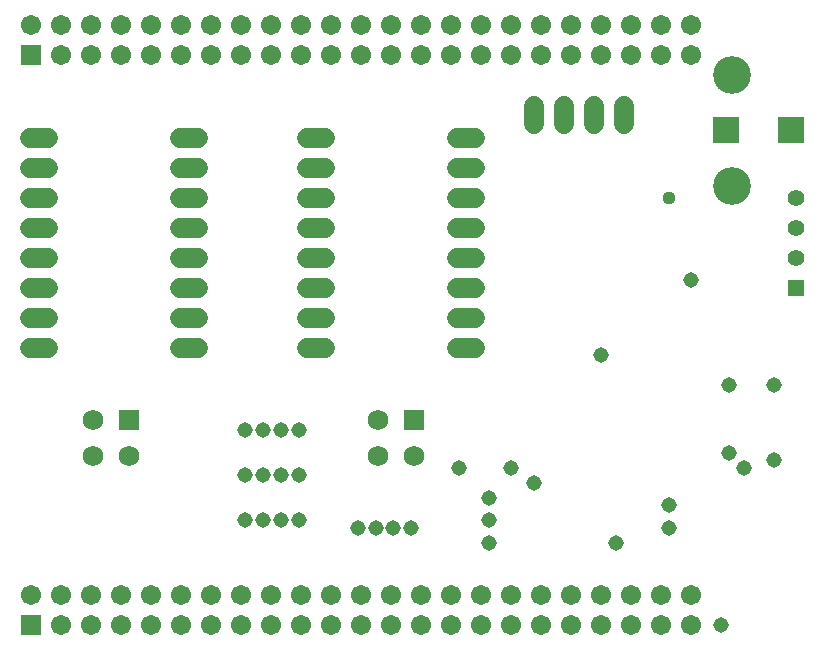
<source format=gbs>
G75*
%MOIN*%
%OFA0B0*%
%FSLAX24Y24*%
%IPPOS*%
%LPD*%
%AMOC8*
5,1,8,0,0,1.08239X$1,22.5*
%
%ADD10R,0.0682X0.0682*%
%ADD11C,0.0682*%
%ADD12C,0.0680*%
%ADD13R,0.0671X0.0671*%
%ADD14C,0.0671*%
%ADD15R,0.0907X0.0907*%
%ADD16C,0.1261*%
%ADD17C,0.0516*%
%ADD18R,0.0555X0.0555*%
%ADD19C,0.0555*%
%ADD20C,0.0437*%
D10*
X004750Y007771D03*
X014250Y007771D03*
D11*
X013069Y007771D03*
X013069Y006589D03*
X014250Y006589D03*
X004750Y006589D03*
X003569Y006589D03*
X003569Y007771D03*
D12*
X002050Y010180D02*
X001450Y010180D01*
X001450Y011180D02*
X002050Y011180D01*
X002050Y012180D02*
X001450Y012180D01*
X001450Y013180D02*
X002050Y013180D01*
X002050Y014180D02*
X001450Y014180D01*
X001450Y015180D02*
X002050Y015180D01*
X002050Y016180D02*
X001450Y016180D01*
X001450Y017180D02*
X002050Y017180D01*
X006450Y017180D02*
X007050Y017180D01*
X007050Y016180D02*
X006450Y016180D01*
X006450Y015180D02*
X007050Y015180D01*
X007050Y014180D02*
X006450Y014180D01*
X006450Y013180D02*
X007050Y013180D01*
X007050Y012180D02*
X006450Y012180D01*
X006450Y011180D02*
X007050Y011180D01*
X007050Y010180D02*
X006450Y010180D01*
X010700Y010180D02*
X011300Y010180D01*
X011300Y011180D02*
X010700Y011180D01*
X010700Y012180D02*
X011300Y012180D01*
X011300Y013180D02*
X010700Y013180D01*
X010700Y014180D02*
X011300Y014180D01*
X011300Y015180D02*
X010700Y015180D01*
X010700Y016180D02*
X011300Y016180D01*
X011300Y017180D02*
X010700Y017180D01*
X015700Y017180D02*
X016300Y017180D01*
X016300Y016180D02*
X015700Y016180D01*
X015700Y015180D02*
X016300Y015180D01*
X016300Y014180D02*
X015700Y014180D01*
X015700Y013180D02*
X016300Y013180D01*
X016300Y012180D02*
X015700Y012180D01*
X015700Y011180D02*
X016300Y011180D01*
X016300Y010180D02*
X015700Y010180D01*
X018250Y017630D02*
X018250Y018230D01*
X019250Y018230D02*
X019250Y017630D01*
X020250Y017630D02*
X020250Y018230D01*
X021250Y018230D02*
X021250Y017630D01*
D13*
X001500Y000930D03*
X001500Y019930D03*
D14*
X002500Y019930D03*
X003500Y019930D03*
X004500Y019930D03*
X005500Y019930D03*
X006500Y019930D03*
X007500Y019930D03*
X008500Y019930D03*
X009500Y019930D03*
X010500Y019930D03*
X011500Y019930D03*
X012500Y019930D03*
X013500Y019930D03*
X014500Y019930D03*
X015500Y019930D03*
X016500Y019930D03*
X017500Y019930D03*
X018500Y019930D03*
X019500Y019930D03*
X020500Y019930D03*
X021500Y019930D03*
X022500Y019930D03*
X023500Y019930D03*
X023500Y020930D03*
X022500Y020930D03*
X021500Y020930D03*
X020500Y020930D03*
X019500Y020930D03*
X018500Y020930D03*
X017500Y020930D03*
X016500Y020930D03*
X015500Y020930D03*
X014500Y020930D03*
X013500Y020930D03*
X012500Y020930D03*
X011500Y020930D03*
X010500Y020930D03*
X009500Y020930D03*
X008500Y020930D03*
X007500Y020930D03*
X006500Y020930D03*
X005500Y020930D03*
X004500Y020930D03*
X003500Y020930D03*
X002500Y020930D03*
X001500Y020930D03*
X001500Y001930D03*
X002500Y001930D03*
X003500Y001930D03*
X003500Y000930D03*
X002500Y000930D03*
X004500Y000930D03*
X005500Y000930D03*
X006500Y000930D03*
X007500Y000930D03*
X008500Y000930D03*
X009500Y000930D03*
X010500Y000930D03*
X011500Y000930D03*
X011500Y001930D03*
X010500Y001930D03*
X009500Y001930D03*
X008500Y001930D03*
X007500Y001930D03*
X006500Y001930D03*
X005500Y001930D03*
X004500Y001930D03*
X012500Y001930D03*
X013500Y001930D03*
X014500Y001930D03*
X015500Y001930D03*
X016500Y001930D03*
X017500Y001930D03*
X018500Y001930D03*
X018500Y000930D03*
X017500Y000930D03*
X016500Y000930D03*
X015500Y000930D03*
X014500Y000930D03*
X013500Y000930D03*
X012500Y000930D03*
X019500Y000930D03*
X020500Y000930D03*
X021500Y000930D03*
X022500Y000930D03*
X023500Y000930D03*
X023500Y001930D03*
X022500Y001930D03*
X021500Y001930D03*
X020500Y001930D03*
X019500Y001930D03*
D15*
X024667Y017430D03*
X026833Y017430D03*
D16*
X024848Y015580D03*
X024848Y019280D03*
D17*
X023500Y012430D03*
X020500Y009930D03*
X024750Y008930D03*
X026250Y008930D03*
X024750Y006680D03*
X025250Y006180D03*
X026250Y006430D03*
X022750Y004930D03*
X022750Y004180D03*
X021000Y003680D03*
X018250Y005680D03*
X017500Y006180D03*
X016750Y005180D03*
X016750Y004430D03*
X016750Y003680D03*
X014159Y004192D03*
X013569Y004192D03*
X012978Y004192D03*
X012388Y004192D03*
X010409Y004442D03*
X009819Y004442D03*
X009228Y004442D03*
X008638Y004442D03*
X008638Y005942D03*
X009228Y005942D03*
X009819Y005942D03*
X010409Y005942D03*
X010409Y007442D03*
X009819Y007442D03*
X009228Y007442D03*
X008638Y007442D03*
X015750Y006180D03*
X024500Y000930D03*
D18*
X027000Y012180D03*
D19*
X027000Y013180D03*
X027000Y014180D03*
X027000Y015180D03*
D20*
X022750Y015180D03*
M02*

</source>
